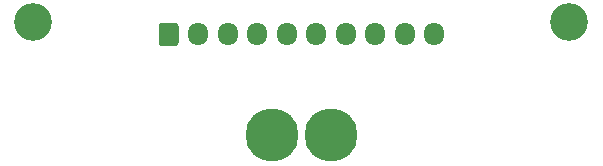
<source format=gbr>
%TF.GenerationSoftware,KiCad,Pcbnew,5.1.7-a382d34a8~88~ubuntu18.04.1*%
%TF.CreationDate,2021-01-07T11:27:00-05:00*%
%TF.ProjectId,DJI_to_xt30,444a495f-746f-45f7-9874-33302e6b6963,rev?*%
%TF.SameCoordinates,Original*%
%TF.FileFunction,Soldermask,Bot*%
%TF.FilePolarity,Negative*%
%FSLAX46Y46*%
G04 Gerber Fmt 4.6, Leading zero omitted, Abs format (unit mm)*
G04 Created by KiCad (PCBNEW 5.1.7-a382d34a8~88~ubuntu18.04.1) date 2021-01-07 11:27:00*
%MOMM*%
%LPD*%
G01*
G04 APERTURE LIST*
%ADD10C,4.500000*%
%ADD11O,1.700000X1.950000*%
%ADD12C,3.200000*%
G04 APERTURE END LIST*
D10*
%TO.C,J2*%
X23890000Y-14570000D03*
X28890000Y-14570000D03*
%TD*%
D11*
%TO.C,J1*%
X37660500Y-6020000D03*
X35160500Y-6020000D03*
X32660500Y-6020000D03*
X30160500Y-6020000D03*
X27660500Y-6020000D03*
X25160500Y-6020000D03*
X22660500Y-6020000D03*
X20160500Y-6020000D03*
X17660500Y-6020000D03*
G36*
G01*
X14310500Y-6745000D02*
X14310500Y-5295000D01*
G75*
G02*
X14560500Y-5045000I250000J0D01*
G01*
X15760500Y-5045000D01*
G75*
G02*
X16010500Y-5295000I0J-250000D01*
G01*
X16010500Y-6745000D01*
G75*
G02*
X15760500Y-6995000I-250000J0D01*
G01*
X14560500Y-6995000D01*
G75*
G02*
X14310500Y-6745000I0J250000D01*
G01*
G37*
%TD*%
D12*
%TO.C,H2*%
X3700000Y-5000000D03*
%TD*%
%TO.C,H1*%
X49100000Y-5000000D03*
%TD*%
M02*

</source>
